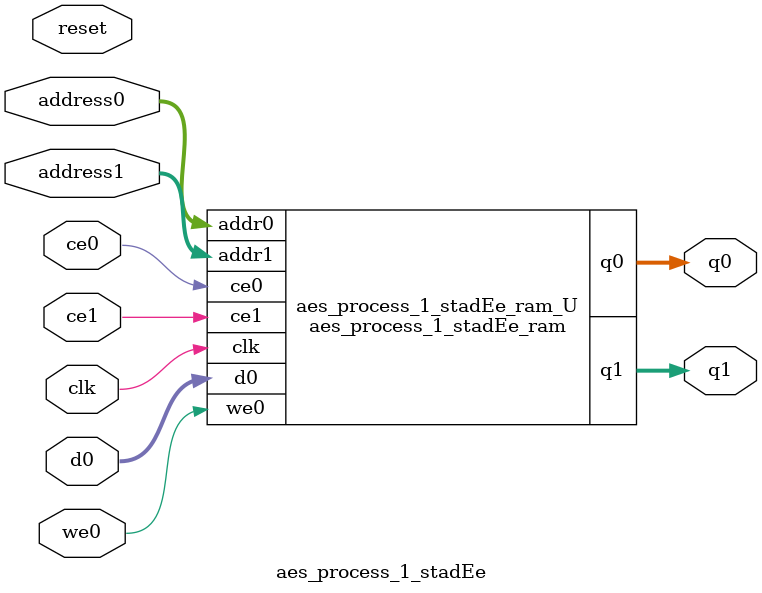
<source format=v>
`timescale 1 ns / 1 ps
module aes_process_1_stadEe_ram (addr0, ce0, d0, we0, q0, addr1, ce1, q1,  clk);

parameter DWIDTH = 16;
parameter AWIDTH = 4;
parameter MEM_SIZE = 16;

input[AWIDTH-1:0] addr0;
input ce0;
input[DWIDTH-1:0] d0;
input we0;
output reg[DWIDTH-1:0] q0;
input[AWIDTH-1:0] addr1;
input ce1;
output reg[DWIDTH-1:0] q1;
input clk;

(* ram_style = "distributed" *)reg [DWIDTH-1:0] ram[0:MEM_SIZE-1];




always @(posedge clk)  
begin 
    if (ce0) 
    begin
        if (we0) 
        begin 
            ram[addr0] <= d0; 
        end 
        q0 <= ram[addr0];
    end
end


always @(posedge clk)  
begin 
    if (ce1) 
    begin
        q1 <= ram[addr1];
    end
end


endmodule

`timescale 1 ns / 1 ps
module aes_process_1_stadEe(
    reset,
    clk,
    address0,
    ce0,
    we0,
    d0,
    q0,
    address1,
    ce1,
    q1);

parameter DataWidth = 32'd16;
parameter AddressRange = 32'd16;
parameter AddressWidth = 32'd4;
input reset;
input clk;
input[AddressWidth - 1:0] address0;
input ce0;
input we0;
input[DataWidth - 1:0] d0;
output[DataWidth - 1:0] q0;
input[AddressWidth - 1:0] address1;
input ce1;
output[DataWidth - 1:0] q1;



aes_process_1_stadEe_ram aes_process_1_stadEe_ram_U(
    .clk( clk ),
    .addr0( address0 ),
    .ce0( ce0 ),
    .we0( we0 ),
    .d0( d0 ),
    .q0( q0 ),
    .addr1( address1 ),
    .ce1( ce1 ),
    .q1( q1 ));

endmodule


</source>
